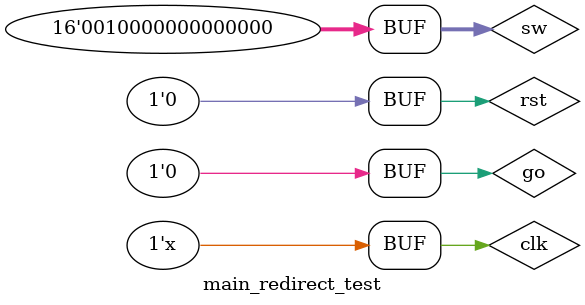
<source format=v>
`timescale 1ns / 1ps
`include "MIPS-1.vh"


module main_redirect_test();
    reg         clk, rst, go;
    wire[7:0]   an, seg;
    wire[15:0] led;
    reg[15:0]   sw;
    wire            led16_b, led16_g, led16_r, led17_b, led17_g, led17_r;

    MainRedirect main_redirect(
        .clk(clk),
        .an(an),
        .seg(seg),
        .btnl(rst),
        .btnr(go),
        .btnc(1'b0),
        .btnu(1'b0),
        .btnd(1'b0),
        .sw(sw),
        .led(led),
        .led16_b(led16_b),
        .led16_g(led16_g),
        .led16_r(led16_r),
        .led17_b(led17_b),
        .led17_g(led17_g),
        .led17_r(led17_r)
    );

    initial
        begin
            rst = 1;
            clk = 0;
            go = 0;
            #50 rst<=0;
          
            sw[15:0] = 'b0;
            #31000
            sw[15] = 1;
            #100
            sw[15] = 0;
            sw[14] = 1;
            #100
            sw[14] = 0;
            sw[13] = 1;
            
        end
        
    always
        #5 clk = ~clk;
    
endmodule

</source>
